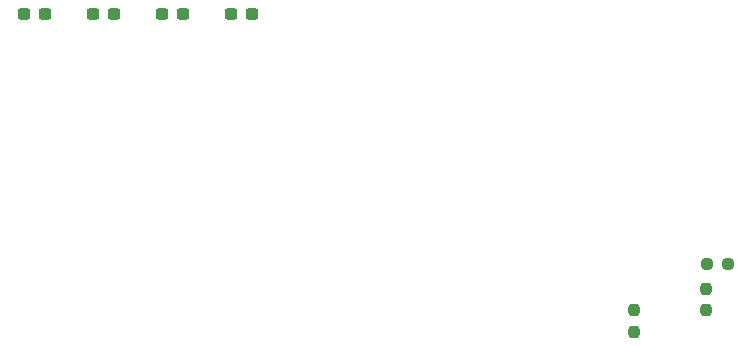
<source format=gbr>
%TF.GenerationSoftware,KiCad,Pcbnew,8.0.5*%
%TF.CreationDate,2024-09-28T03:45:08+09:00*%
%TF.ProjectId,_____,b5fcdcfa-7f2e-46b6-9963-61645f706362,rev?*%
%TF.SameCoordinates,Original*%
%TF.FileFunction,Paste,Top*%
%TF.FilePolarity,Positive*%
%FSLAX46Y46*%
G04 Gerber Fmt 4.6, Leading zero omitted, Abs format (unit mm)*
G04 Created by KiCad (PCBNEW 8.0.5) date 2024-09-28 03:45:08*
%MOMM*%
%LPD*%
G01*
G04 APERTURE LIST*
G04 Aperture macros list*
%AMRoundRect*
0 Rectangle with rounded corners*
0 $1 Rounding radius*
0 $2 $3 $4 $5 $6 $7 $8 $9 X,Y pos of 4 corners*
0 Add a 4 corners polygon primitive as box body*
4,1,4,$2,$3,$4,$5,$6,$7,$8,$9,$2,$3,0*
0 Add four circle primitives for the rounded corners*
1,1,$1+$1,$2,$3*
1,1,$1+$1,$4,$5*
1,1,$1+$1,$6,$7*
1,1,$1+$1,$8,$9*
0 Add four rect primitives between the rounded corners*
20,1,$1+$1,$2,$3,$4,$5,0*
20,1,$1+$1,$4,$5,$6,$7,0*
20,1,$1+$1,$6,$7,$8,$9,0*
20,1,$1+$1,$8,$9,$2,$3,0*%
G04 Aperture macros list end*
%ADD10RoundRect,0.237500X-0.300000X-0.237500X0.300000X-0.237500X0.300000X0.237500X-0.300000X0.237500X0*%
%ADD11RoundRect,0.237500X0.237500X-0.250000X0.237500X0.250000X-0.237500X0.250000X-0.237500X-0.250000X0*%
%ADD12RoundRect,0.237500X-0.250000X-0.237500X0.250000X-0.237500X0.250000X0.237500X-0.250000X0.237500X0*%
G04 APERTURE END LIST*
D10*
%TO.C,C8*%
X45694300Y-63957200D03*
X47419300Y-63957200D03*
%TD*%
%TO.C,C6*%
X51536300Y-63957200D03*
X53261300Y-63957200D03*
%TD*%
D11*
%TO.C,R3*%
X91490800Y-90879300D03*
X91490800Y-89054300D03*
%TD*%
%TO.C,R1*%
X97612200Y-89048600D03*
X97612200Y-87223600D03*
%TD*%
D10*
%TO.C,C10*%
X39852300Y-63957200D03*
X41577300Y-63957200D03*
%TD*%
%TO.C,C3*%
X57378300Y-63957200D03*
X59103300Y-63957200D03*
%TD*%
D12*
%TO.C,R2*%
X97616000Y-85090000D03*
X99441000Y-85090000D03*
%TD*%
M02*

</source>
